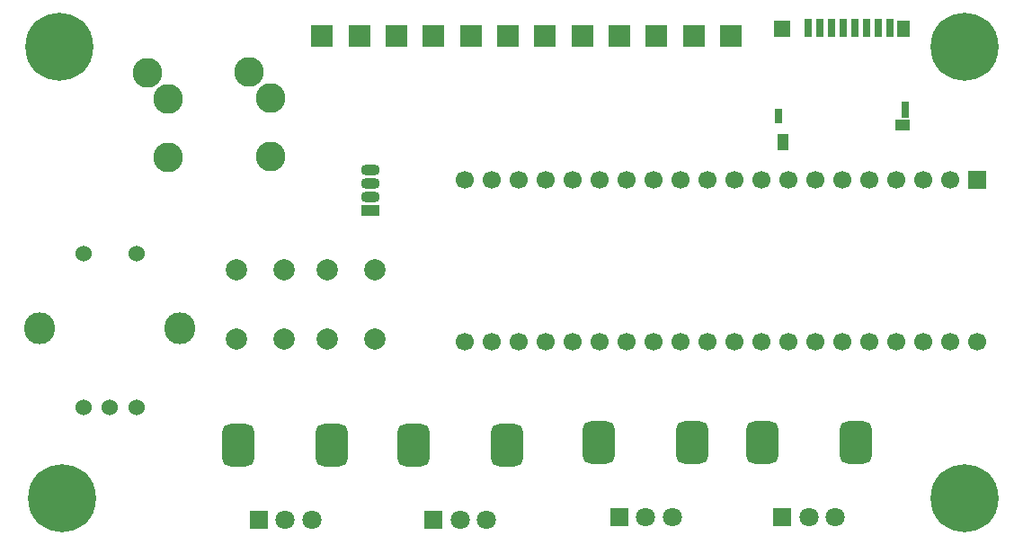
<source format=gbr>
%TF.GenerationSoftware,KiCad,Pcbnew,(7.0.0-0)*%
%TF.CreationDate,2023-06-03T23:07:31+02:00*%
%TF.ProjectId,Untitled,556e7469-746c-4656-942e-6b696361645f,rev?*%
%TF.SameCoordinates,Original*%
%TF.FileFunction,Soldermask,Top*%
%TF.FilePolarity,Negative*%
%FSLAX46Y46*%
G04 Gerber Fmt 4.6, Leading zero omitted, Abs format (unit mm)*
G04 Created by KiCad (PCBNEW (7.0.0-0)) date 2023-06-03 23:07:31*
%MOMM*%
%LPD*%
G01*
G04 APERTURE LIST*
G04 Aperture macros list*
%AMRoundRect*
0 Rectangle with rounded corners*
0 $1 Rounding radius*
0 $2 $3 $4 $5 $6 $7 $8 $9 X,Y pos of 4 corners*
0 Add a 4 corners polygon primitive as box body*
4,1,4,$2,$3,$4,$5,$6,$7,$8,$9,$2,$3,0*
0 Add four circle primitives for the rounded corners*
1,1,$1+$1,$2,$3*
1,1,$1+$1,$4,$5*
1,1,$1+$1,$6,$7*
1,1,$1+$1,$8,$9*
0 Add four rect primitives between the rounded corners*
20,1,$1+$1,$2,$3,$4,$5,0*
20,1,$1+$1,$4,$5,$6,$7,0*
20,1,$1+$1,$6,$7,$8,$9,0*
20,1,$1+$1,$8,$9,$2,$3,0*%
G04 Aperture macros list end*
%ADD10RoundRect,0.250001X0.799999X-0.799999X0.799999X0.799999X-0.799999X0.799999X-0.799999X-0.799999X0*%
%ADD11C,2.000000*%
%ADD12R,1.800000X1.800000*%
%ADD13C,1.800000*%
%ADD14RoundRect,0.750000X0.750000X-1.250000X0.750000X1.250000X-0.750000X1.250000X-0.750000X-1.250000X0*%
%ADD15C,6.400000*%
%ADD16C,1.524000*%
%ADD17O,2.900000X3.000000*%
%ADD18R,1.700000X1.700000*%
%ADD19C,1.700000*%
%ADD20C,2.800000*%
%ADD21R,0.700000X1.750000*%
%ADD22R,1.450000X1.000000*%
%ADD23R,1.000000X1.550000*%
%ADD24R,0.800000X1.500000*%
%ADD25R,1.300000X1.500000*%
%ADD26R,1.500000X1.500000*%
%ADD27R,0.800000X1.400000*%
%ADD28R,1.800000X1.070000*%
%ADD29O,1.800000X1.070000*%
G04 APERTURE END LIST*
D10*
%TO.C,3V3A1*%
X125500000Y-26000000D03*
%TD*%
D11*
%TO.C,SW1*%
X117450000Y-54500000D03*
X117450000Y-48000000D03*
X121950000Y-54500000D03*
X121950000Y-48000000D03*
%TD*%
%TO.C,SW2*%
X126000000Y-54500000D03*
X126000000Y-48000000D03*
X130500000Y-54500000D03*
X130500000Y-48000000D03*
%TD*%
D12*
%TO.C,POT4*%
X168829999Y-71269999D03*
D13*
X171330000Y-71270000D03*
X173830000Y-71270000D03*
D14*
X166930000Y-64270000D03*
X175730000Y-64270000D03*
%TD*%
D10*
%TO.C,A6*%
X132500000Y-26000000D03*
%TD*%
D15*
%TO.C,H4*%
X186000000Y-69500000D03*
%TD*%
D10*
%TO.C,3V3D1*%
X136000000Y-26000000D03*
%TD*%
D15*
%TO.C,H2*%
X186000000Y-27000000D03*
%TD*%
D10*
%TO.C,GND1*%
X139500000Y-26000000D03*
%TD*%
D15*
%TO.C,H1*%
X100750000Y-27000000D03*
%TD*%
D10*
%TO.C,SS1*%
X164000000Y-26000000D03*
%TD*%
%TO.C,SDA1*%
X150000000Y-26000000D03*
%TD*%
D16*
%TO.C,ENC1*%
X103000000Y-61000000D03*
X108000000Y-61000000D03*
X105500000Y-61000000D03*
X103000000Y-46500000D03*
X108000000Y-46500000D03*
D17*
X98899999Y-53499999D03*
X112099999Y-53499999D03*
%TD*%
D12*
%TO.C,POT1*%
X119499999Y-71549999D03*
D13*
X122000000Y-71550000D03*
X124500000Y-71550000D03*
D14*
X117600000Y-64550000D03*
X126400000Y-64550000D03*
%TD*%
D10*
%TO.C,SCL1*%
X146500000Y-26000000D03*
%TD*%
D18*
%TO.C,U1*%
X187174999Y-39569999D03*
D19*
X184635000Y-39570000D03*
X182095000Y-39570000D03*
X179555000Y-39570000D03*
X177015000Y-39570000D03*
X174475000Y-39570000D03*
X171935000Y-39570000D03*
X169395000Y-39570000D03*
X166855000Y-39570000D03*
X164315000Y-39570000D03*
X161775000Y-39570000D03*
X159235000Y-39570000D03*
X156695000Y-39570000D03*
X154155000Y-39570000D03*
X151615000Y-39570000D03*
X149075000Y-39570000D03*
X146535000Y-39570000D03*
X143995000Y-39570000D03*
X141455000Y-39570000D03*
X138915000Y-39570000D03*
X138915000Y-54810000D03*
X141455000Y-54810000D03*
X143995000Y-54810000D03*
X146535000Y-54810000D03*
X149075000Y-54810000D03*
X151615000Y-54810000D03*
X154155000Y-54810000D03*
X156695000Y-54810000D03*
X159235000Y-54810000D03*
X161775000Y-54810000D03*
X164315000Y-54810000D03*
X166855000Y-54810000D03*
X169395000Y-54810000D03*
X171935000Y-54810000D03*
X174475000Y-54810000D03*
X177015000Y-54810000D03*
X179555000Y-54810000D03*
X182095000Y-54810000D03*
X184635000Y-54810000D03*
X187175000Y-54810000D03*
%TD*%
D20*
%TO.C,J1*%
X120640000Y-37320000D03*
X118640000Y-29420000D03*
X120640000Y-31820000D03*
%TD*%
D10*
%TO.C,A0*%
X129000000Y-26000000D03*
%TD*%
%TO.C,MO1*%
X153500000Y-26000000D03*
%TD*%
D12*
%TO.C,POT3*%
X153449999Y-71269999D03*
D13*
X155950000Y-71270000D03*
X158450000Y-71270000D03*
D14*
X151550000Y-64270000D03*
X160350000Y-64270000D03*
%TD*%
D15*
%TO.C,H3*%
X101000000Y-69500000D03*
%TD*%
D10*
%TO.C,MI1*%
X157000000Y-26000000D03*
%TD*%
D21*
%TO.C,J3*%
X171304999Y-25199999D03*
X172404999Y-25199999D03*
X173504999Y-25199999D03*
X174604999Y-25199999D03*
X175704999Y-25199999D03*
X176804999Y-25199999D03*
X177904999Y-25199999D03*
X179004999Y-25199999D03*
D22*
X180129999Y-34424999D03*
D23*
X168904999Y-35999999D03*
D24*
X180454999Y-32924999D03*
D25*
X180204999Y-25324999D03*
D26*
X168854999Y-25324999D03*
D27*
X168504999Y-33574999D03*
%TD*%
D12*
%TO.C,POT2*%
X135999999Y-71549999D03*
D13*
X138500000Y-71550000D03*
X141000000Y-71550000D03*
D14*
X134100000Y-64550000D03*
X142900000Y-64550000D03*
%TD*%
D28*
%TO.C,D1*%
X129999999Y-42399999D03*
D29*
X129999999Y-41129999D03*
X129999999Y-39859999D03*
X129999999Y-38589999D03*
%TD*%
D20*
%TO.C,J2*%
X111000000Y-37400000D03*
X109000000Y-29500000D03*
X111000000Y-31900000D03*
%TD*%
D10*
%TO.C,VIN1*%
X143000000Y-26000000D03*
%TD*%
%TO.C,SCK1*%
X160500000Y-26000000D03*
%TD*%
M02*

</source>
